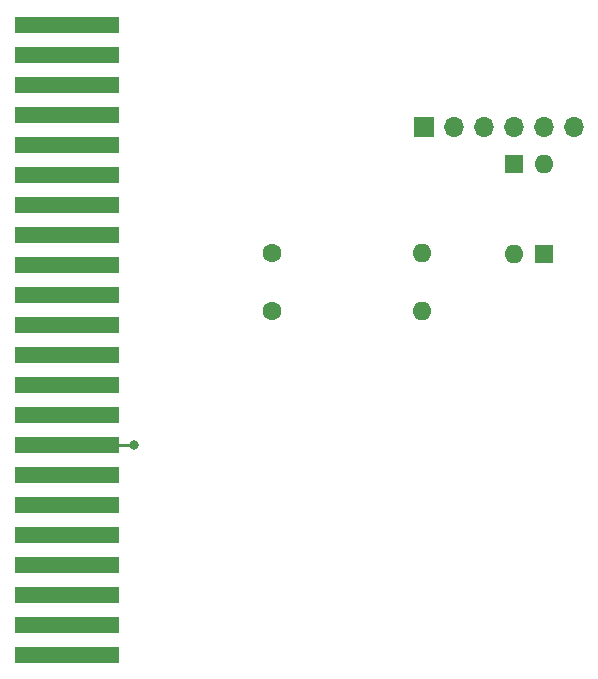
<source format=gtl>
G04 #@! TF.GenerationSoftware,KiCad,Pcbnew,7.0.8*
G04 #@! TF.CreationDate,2023-11-29T17:41:25-08:00*
G04 #@! TF.ProjectId,COMiX-FTDI-Adapter,434f4d69-582d-4465-9444-492d41646170,rev?*
G04 #@! TF.SameCoordinates,Original*
G04 #@! TF.FileFunction,Copper,L1,Top*
G04 #@! TF.FilePolarity,Positive*
%FSLAX46Y46*%
G04 Gerber Fmt 4.6, Leading zero omitted, Abs format (unit mm)*
G04 Created by KiCad (PCBNEW 7.0.8) date 2023-11-29 17:41:25*
%MOMM*%
%LPD*%
G01*
G04 APERTURE LIST*
G04 #@! TA.AperFunction,ComponentPad*
%ADD10R,1.600000X1.600000*%
G04 #@! TD*
G04 #@! TA.AperFunction,ComponentPad*
%ADD11O,1.600000X1.600000*%
G04 #@! TD*
G04 #@! TA.AperFunction,ComponentPad*
%ADD12R,1.700000X1.700000*%
G04 #@! TD*
G04 #@! TA.AperFunction,ComponentPad*
%ADD13O,1.700000X1.700000*%
G04 #@! TD*
G04 #@! TA.AperFunction,ComponentPad*
%ADD14C,1.600000*%
G04 #@! TD*
G04 #@! TA.AperFunction,ConnectorPad*
%ADD15R,8.890000X1.397000*%
G04 #@! TD*
G04 #@! TA.AperFunction,ViaPad*
%ADD16C,0.800000*%
G04 #@! TD*
G04 #@! TA.AperFunction,Conductor*
%ADD17C,0.250000*%
G04 #@! TD*
G04 APERTURE END LIST*
D10*
X247269000Y-110617000D03*
D11*
X247269000Y-102997000D03*
D12*
X237109000Y-99822000D03*
D13*
X239649000Y-99822000D03*
X242189000Y-99822000D03*
X244729000Y-99822000D03*
X247269000Y-99822000D03*
X249809000Y-99822000D03*
D14*
X224282000Y-115443000D03*
D11*
X236982000Y-115443000D03*
D14*
X224282000Y-110490000D03*
D11*
X236982000Y-110490000D03*
D10*
X244729000Y-102997000D03*
D11*
X244729000Y-110617000D03*
D15*
X206883000Y-91186000D03*
X206883000Y-93726000D03*
X206883000Y-96266000D03*
X206883000Y-98806000D03*
X206883000Y-101346000D03*
X206883000Y-103886000D03*
X206883000Y-106426000D03*
X206883000Y-108966000D03*
X206883000Y-111506000D03*
X206883000Y-114046000D03*
X206883000Y-116586000D03*
X206883000Y-119126000D03*
X206883000Y-121666000D03*
X206883000Y-124206000D03*
X206883000Y-126746000D03*
X206883000Y-129286000D03*
X206883000Y-131826000D03*
X206883000Y-134366000D03*
X206883000Y-136906000D03*
X206883000Y-139446000D03*
X206883000Y-141986000D03*
X206883000Y-144526000D03*
D16*
X212598000Y-126746000D03*
D17*
X212598000Y-126746000D02*
X206883000Y-126746000D01*
M02*

</source>
